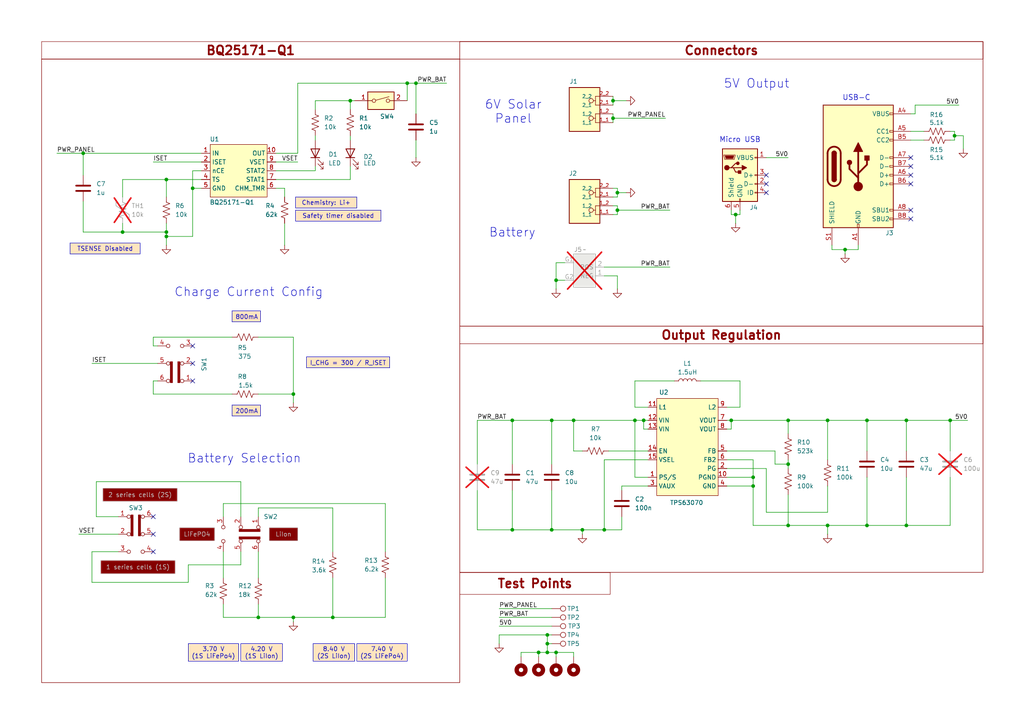
<source format=kicad_sch>
(kicad_sch (version 20250114) (generator "eeschema") (generator_version "9.0")
  (paper "A4")
  (title_block (title "BQ25171-Q1 Solar Charger") (rev "1"))
  (lib_symbols
    (symbol "Connector:TestPoint" (pin_numbers (hide yes)) (pin_names (offset 0.762) (hide yes))
      (property "Reference" "TP" (at 0 6.858 0))
      (property "Value" "TestPoint" (at 0 5.08 0))
      (symbol "TestPoint_1_1"
        (pin passive line (at 0 0 90) (length 2.54) (name "1") (number "1"))
      )
    )
    (symbol "Connector:USB_B_Micro" (pin_names (offset 1.016))
      (property "Reference" "J" (at -5.08 11.43 0))
      (property "Value" "USB_B_Micro" (at -5.08 8.89 0))
      (symbol "USB_B_Micro_1_1"
        (pin passive line (at -2.54 -10.16 90) (length 2.54) (name "Shield") (number "6"))
        (pin power_out line (at 0 -10.16 90) (length 2.54) (name "GND") (number "5"))
        (pin power_out line (at 7.62 5.08 180) (length 2.54) (name "VBUS") (number "1"))
        (pin bidirectional line (at 7.62 0 180) (length 2.54) (name "D+") (number "3"))
        (pin bidirectional line (at 7.62 -2.54 180) (length 2.54) (name "D-") (number "2"))
        (pin passive line (at 7.62 -5.08 180) (length 2.54) (name "ID") (number "4"))
      )
    )
    (symbol "Device:L" (pin_numbers (hide yes)) (pin_names (offset 1.016) (hide yes))
      (property "Reference" "L" (at -1.27 0 90))
      (property "Value" "L" (at 1.905 0 90))
      (symbol "L_1_1"
        (pin passive line (at 0 3.81 270) (length 1.27) (name "1") (number "1"))
        (pin passive line (at 0 -3.81 90) (length 1.27) (name "2") (number "2"))
      )
    )
    (symbol "Device:LED" (pin_numbers (hide yes)) (pin_names (offset 1.016) (hide yes))
      (property "Reference" "D" (at 0 2.54 0))
      (property "Value" "LED" (at 0 -2.54 0))
      (symbol "LED_1_1"
        (pin passive line (at -3.81 0 0) (length 2.54) (name "K") (number "1"))
        (pin passive line (at 3.81 0 180) (length 2.54) (name "A") (number "2"))
      )
    )
    (symbol "Device:Thermistor_US" (pin_numbers (hide yes)) (pin_names (offset 0))
      (property "Reference" "TH" (at 2.54 1.27 90))
      (property "Value" "Thermistor_US" (at -2.54 0 90))
      (symbol "Thermistor_US_1_1"
        (pin passive line (at 0 3.81 270) (length 1.27) (name "~") (number "1"))
        (pin passive line (at 0 -3.81 90) (length 1.27) (name "~") (number "2"))
      )
    )
    (symbol "Mechanical:MountingHole_Pad" (pin_numbers (hide yes)) (pin_names (offset 1.016) (hide yes)) (exclude_from_sim yes) (in_bom no)
      (property "Reference" "H" (at 0 6.35 0))
      (property "Value" "MountingHole_Pad" (at 0 4.445 0))
      (symbol "MountingHole_Pad_1_1"
        (pin input line (at 0 -2.54 90) (length 2.54) (name "1") (number "1"))
      )
    )
    (symbol "Switch:SW_DIP_x01" (pin_names (offset 0) (hide yes))
      (property "Reference" "SW" (at 0 3.81 0))
      (property "Value" "SW_DIP_x01" (at 0 -3.81 0))
      (symbol "SW_DIP_x01_1_1"
        (pin passive line (at -7.62 0 0) (length 5.08) (name "~") (number "1"))
        (pin passive line (at 7.62 0 180) (length 5.08) (name "~") (number "2"))
      )
    )
    (symbol "Switch:SW_Slide_DPDT" (pin_names (offset 0) (hide yes))
      (property "Reference" "SW" (at 0 6.858 0))
      (property "Value" "SW_Slide_DPDT" (at 0 -8.128 0))
      (symbol "SW_Slide_DPDT_1_1"
        (pin passive line (at -5.08 5.08 0) (length 2.54) (name "A") (number "1"))
        (pin passive line (at -5.08 0 0) (length 2.54) (name "B") (number "2"))
        (pin passive line (at -5.08 -5.08 0) (length 2.54) (name "C") (number "3"))
        (pin passive line (at 5.08 5.08 180) (length 2.54) (name "C") (number "6"))
        (pin passive line (at 5.08 0 180) (length 2.54) (name "B") (number "5"))
        (pin passive line (at 5.08 -5.08 180) (length 2.54) (name "A") (number "4"))
      )
    )
    (symbol "power:GND" (power) (pin_numbers (hide yes)) (pin_names (offset 0) (hide yes))
      (property "Value" "GND" (at 0 -3.81 0))
      (symbol "GND_1_1"
        (pin power_in line (at 0 0 270) (length 0) (name "~") (number "1"))
      )
    )
    (symbol "rwh-sensors:1017503" (pin_names (offset 1.016))
      (property "Reference" "J" (at -2.54 6.35 0))
      (property "Value" "1017503" (at -2.54 -10.16 0))
      (symbol "1017503_0_0"
        (pin passive line (at -7.62 2.54 0) (length 5.08) (name "1_1") (number "1_1"))
        (pin passive line (at -7.62 0 0) (length 5.08) (name "1_2") (number "1_2"))
        (pin passive line (at -7.62 -2.54 0) (length 5.08) (name "2_1") (number "2_1"))
        (pin passive line (at -7.62 -5.08 0) (length 5.08) (name "2_2") (number "2_2"))
      )
    )
    (symbol "rwh-sensors:BQ25171-Q1"
      (property "Reference" "U" (at 0.508 1.778 0))
      (property "Value" "BQ25171-Q1" (at 8.128 -16.764 0))
      (symbol "BQ25171-Q1_1_1"
        (pin input line (at -2.54 -2.54 0) (length 2.54) (name "IN") (number "1"))
        (pin input line (at -2.54 -5.08 0) (length 2.54) (name "ISET") (number "2"))
        (pin input line (at -2.54 -7.62 0) (length 2.54) (name "nCE") (number "3"))
        (pin input line (at -2.54 -10.16 0) (length 2.54) (name "TS") (number "4"))
        (pin input line (at -2.54 -12.7 0) (length 2.54) (name "GND") (number "5"))
        (pin output line (at -2.54 -12.7 0) (length 2.54) (hide yes) (name "GND") (number "GND"))
        (pin output line (at 19.05 -2.54 180) (length 2.54) (name "OUT") (number "10"))
        (pin output line (at 19.05 -5.08 180) (length 2.54) (name "VSET") (number "9"))
        (pin output line (at 19.05 -7.62 180) (length 2.54) (name "STAT2") (number "8"))
        (pin output line (at 19.05 -10.16 180) (length 2.54) (name "STAT1") (number "7"))
        (pin input line (at 19.05 -12.7 180) (length 2.54) (name "CHM_TMR") (number "6"))
      )
    )
    (symbol "rwh-sensors:TPS63070"
      (property "Reference" "U" (at 0.508 1.016 0))
      (property "Value" "TPS63070" (at 9.144 -29.464 0))
      (symbol "TPS63070_1_1"
        (pin input line (at -2.54 -2.54 0) (length 2.54) (name "L1") (number "11"))
        (pin input line (at -2.54 -6.35 0) (length 2.54) (name "VIN") (number "12"))
        (pin input line (at -2.54 -8.89 0) (length 2.54) (name "VIN") (number "13"))
        (pin input line (at -2.54 -15.24 0) (length 2.54) (name "EN") (number "14"))
        (pin input line (at -2.54 -17.78 0) (length 2.54) (name "VSEL") (number "15"))
        (pin input line (at -2.54 -22.86 0) (length 2.54) (name "PS/S") (number "1"))
        (pin input line (at -2.54 -25.4 0) (length 2.54) (name "VAUX") (number "3"))
        (pin input line (at 20.32 -2.54 180) (length 2.54) (name "L2") (number "9"))
        (pin input line (at 20.32 -6.35 180) (length 2.54) (name "VOUT") (number "7"))
        (pin input line (at 20.32 -8.89 180) (length 2.54) (name "VOUT") (number "8"))
        (pin input line (at 20.32 -15.24 180) (length 2.54) (name "FB") (number "5"))
        (pin input line (at 20.32 -17.78 180) (length 2.54) (name "FB2") (number "6"))
        (pin input line (at 20.32 -20.32 180) (length 2.54) (name "PG") (number "2"))
        (pin input line (at 20.32 -22.86 180) (length 2.54) (name "PGND") (number "10"))
        (pin input line (at 20.32 -25.4 180) (length 2.54) (name "GND") (number "4"))
      )
    )
    (symbol "symbols:C" (pin_numbers (hide yes)) (pin_names (offset 0.254))
      (property "Reference" "C" (at 0.635 2.54 0))
      (property "Value" "C" (at 0.635 -2.54 0))
      (symbol "C_1_1"
        (pin passive line (at 0 3.81 270) (length 2.794) (name "~") (number "1"))
        (pin passive line (at 0 -3.81 90) (length 2.794) (name "~") (number "2"))
      )
    )
    (symbol "symbols:JST_PH_2POS_BAT"
      (property "Reference" "J" (at 0.508 1.016 0))
      (symbol "JST_PH_2POS_BAT_1_1"
        (pin input line (at -2.54 -2.54 0) (length 2.54) (name "") (number "G1"))
        (pin input line (at -2.54 -7.62 0) (length 2.54) (name "") (number "G2"))
        (pin input line (at 8.89 -3.81 180) (length 2.54) (name "POS") (number "2"))
        (pin input line (at 8.89 -6.35 180) (length 2.54) (name "NEG") (number "1"))
      )
    )
    (symbol "symbols:R" (pin_numbers (hide yes)) (pin_names (offset 0))
      (property "Reference" "R" (at 2.54 0 90))
      (property "Value" "R" (at -2.54 0 90))
      (symbol "R_1_1"
        (pin passive line (at 0 3.81 270) (length 1.27) (name "~") (number "1"))
        (pin passive line (at 0 -3.81 90) (length 1.27) (name "~") (number "2"))
      )
    )
    (symbol "symbols:USB_C_Receptacle_USB2.0_16P" (pin_names (offset 1.016))
      (property "Reference" "J" (at 0 22.225 0))
      (property "Value" "USB_C_Receptacle_USB2.0_16P" (at 0 19.685 0))
      (symbol "USB_C_Receptacle_USB2.0_16P_1_1"
        (pin passive line (at -7.62 -22.86 90) (length 5.08) (name "SHIELD") (number "S1"))
        (pin passive line (at 0 -22.86 90) (length 5.08) (name "GND") (number "A1"))
        (pin passive line (at 0 -22.86 90) (length 5.08) (hide yes) (name "GND") (number "A12"))
        (pin passive line (at 0 -22.86 90) (length 5.08) (hide yes) (name "GND") (number "B1"))
        (pin passive line (at 0 -22.86 90) (length 5.08) (hide yes) (name "GND") (number "B12"))
        (pin passive line (at 15.24 15.24 180) (length 5.08) (name "VBUS") (number "A4"))
        (pin passive line (at 15.24 15.24 180) (length 5.08) (hide yes) (name "VBUS") (number "A9"))
        (pin passive line (at 15.24 15.24 180) (length 5.08) (hide yes) (name "VBUS") (number "B4"))
        (pin passive line (at 15.24 15.24 180) (length 5.08) (hide yes) (name "VBUS") (number "B9"))
        (pin bidirectional line (at 15.24 10.16 180) (length 5.08) (name "CC1") (number "A5"))
        (pin bidirectional line (at 15.24 7.62 180) (length 5.08) (name "CC2") (number "B5"))
        (pin bidirectional line (at 15.24 2.54 180) (length 5.08) (name "D-") (number "A7"))
        (pin bidirectional line (at 15.24 0 180) (length 5.08) (name "D-") (number "B7"))
        (pin bidirectional line (at 15.24 -2.54 180) (length 5.08) (name "D+") (number "A6"))
        (pin bidirectional line (at 15.24 -5.08 180) (length 5.08) (name "D+") (number "B6"))
        (pin bidirectional line (at 15.24 -12.7 180) (length 5.08) (name "SBU1") (number "A8"))
        (pin bidirectional line (at 15.24 -15.24 180) (length 5.08) (name "SBU2") (number "B8"))
      )
    )
  )
  (rectangle (start 133.35 94.615) (end 285.115 166.0067) (stroke (width 0) (color 132 0 0 1)))
  (rectangle (start 12.065 17.145) (end 133.35 197.9816) (stroke (width 0) (color 132 0 0 1)))
  (rectangle (start 133.35 12.065) (end 285.115 94.615) (stroke (width 0) (color 132 0 0 1)))
  (text "Micro USB" (at 214.63 40.64 0) (effects (font (size 1.524 1.524))))
  (text "USB-C" (at 248.412 28.448 0) (effects (font (size 1.524 1.524))))
  (text "Battery" (at 148.59 67.564 0) (effects (font (size 2.54 2.54))))
  (text "Charge Current Config" (at 72.136 84.836 0) (effects (font (size 2.54 2.54))))
  (text "5V Output" (at 219.456 24.384 0) (effects (font (size 2.54 2.54))))
  (text "Battery Selection" (at 70.866 133.096 0) (effects (font (size 2.54 2.54))))
  (text "6V Solar \nPanel " (at 149.86 32.512 0) (effects (font (size 2.54 2.54))))
  (text_box "4.20 V\n(1S LiIon)" (at 69.85 186.69 0) (size 12.065 5.08) (margins 0.9525 0.9525 0.9525 0.9525) (fill (type color) (color 255 229 191 1)) (effects (font (size 1.27 1.27))))
  (text_box "LiFePO4" (at 52.07 153.035 0) (size 10.16 3.81) (margins 0.9525 0.9525 0.9525 0.9525) (stroke (width 0.127) (color 194 194 194 1)) (fill (type color) (color 132 0 0 1)) (effects (font (size 1.27 1.27) (thickness 0.1588))))
  (text_box "BQ25171-Q1" (at 12.065 12.065 0) (size 121.285 5.08) (margins 0.9525 0.9525 0.9525 0.9525) (stroke (width 0.127) (color 132 0 0 1)) (effects (font (size 2.54 2.54) (thickness 0.508) (bold yes))))
  (text_box "200mA" (at 67.31 117.475 0) (size 8.255 3.175) (margins 0.9525 0.9525 0.9525 0.9525) (fill (type color) (color 255 229 191 1)) (effects (font (size 1.27 1.27)) (justify left top)))
  (text_box "7.40 V\n(2S LiFePo4)" (at 103.505 186.69 0) (size 14.605 5.08) (margins 0.9525 0.9525 0.9525 0.9525) (fill (type color) (color 255 229 191 1)) (effects (font (size 1.27 1.27))))
  (text_box "8.40 V\n(2S LiIon)" (at 90.805 186.69 0) (size 12.065 5.08) (margins 0.9525 0.9525 0.9525 0.9525) (fill (type color) (color 255 229 191 1)) (effects (font (size 1.27 1.27))))
  (text_box "TSENSE Disabled" (at 20.32 70.485 0) (size 20.32 3.175) (margins 0.9525 0.9525 0.9525 0.9525) (fill (type color) (color 255 229 191 1)) (effects (font (size 1.27 1.27))))
  (text_box "Chemistry: Li+" (at 85.725 57.15 0) (size 17.78 3.175) (margins 0.9525 0.9525 0.9525 0.9525) (fill (type color) (color 255 229 191 1)) (effects (font (size 1.27 1.27))))
  (text_box "I_CHG = 300 / R_ISET" (at 88.9 103.505 0) (size 24.13 3.175) (margins 0.9525 0.9525 0.9525 0.9525) (fill (type color) (color 255 229 191 1)) (effects (font (size 1.27 1.27)) (justify left top)))
  (text_box "1 series cells (1S)" (at 29.21 162.56 0) (size 21.59 3.81) (margins 0.9525 0.9525 0.9525 0.9525) (stroke (width 0.127) (color 194 194 194 1)) (fill (type color) (color 132 0 0 1)) (effects (font (size 1.27 1.27) (thickness 0.1588))))
  (text_box "800mA" (at 67.31 90.17 0) (size 8.255 3.175) (margins 0.9525 0.9525 0.9525 0.9525) (fill (type color) (color 255 229 191 1)) (effects (font (size 1.27 1.27)) (justify left top)))
  (text_box "2 series cells (2S)" (at 29.845 141.605 0) (size 21.59 3.81) (margins 0.9525 0.9525 0.9525 0.9525) (stroke (width 0.127) (color 194 194 194 1)) (fill (type color) (color 132 0 0 1)) (effects (font (size 1.27 1.27) (thickness 0.1588))))
  (text_box "Test Points" (at 133.35 166.0545 0) (size 43.6247 6.35) (margins 0.9525 0.9525 0.9525 0.9525) (stroke (width 0.127) (color 132 0 0 1)) (effects (font (size 2.54 2.54) (thickness 0.508) (bold yes))))
  (text_box "LiIon" (at 78.105 153.035 0) (size 8.255 3.81) (margins 0.9525 0.9525 0.9525 0.9525) (stroke (width 0.127) (color 194 194 194 1)) (fill (type color) (color 132 0 0 1)) (effects (font (size 1.27 1.27) (thickness 0.1588))))
  (text_box "Connectors" (at 133.35 12.065 0) (size 151.765 5.08) (margins 0.9525 0.9525 0.9525 0.9525) (stroke (width 0.127) (color 132 0 0 1)) (effects (font (size 2.54 2.54) (thickness 0.508) (bold yes))))
  (text_box "3.70 V\n(1S LiFePo4)" (at 54.61 186.69 0) (size 14.605 5.08) (margins 0.9525 0.9525 0.9525 0.9525) (fill (type color) (color 255 229 191 1)) (effects (font (size 1.27 1.27))))
  (text_box "Safety timer disabled" (at 85.725 60.96 0) (size 24.765 3.175) (margins 0.9525 0.9525 0.9525 0.9525) (fill (type color) (color 255 229 191 1)) (effects (font (size 1.27 1.27))))
  (text_box "Output Regulation" (at 133.35 94.615 0) (size 151.765 5.08) (margins 0.9525 0.9525 0.9525 0.9525) (stroke (width 0.127) (color 132 0 0 1)) (effects (font (size 2.54 2.54) (thickness 0.508) (bold yes))))
  (junction (at 148.59 121.92))
  (junction (at 228.6 121.92))
  (junction (at 262.89 152.4))
  (junction (at 179.07 55.88))
  (junction (at 158.75 184.15))
  (junction (at 240.03 152.4))
  (junction (at 218.44 138.43))
  (junction (at 148.59 153.67))
  (junction (at 184.15 121.92))
  (junction (at 212.09 121.92))
  (junction (at 245.11 72.39))
  (junction (at 48.26 67.31))
  (junction (at 240.03 121.92))
  (junction (at 177.8 34.29))
  (junction (at 166.37 121.92))
  (junction (at 186.69 121.92))
  (junction (at 35.56 67.31))
  (junction (at 48.26 68.58))
  (junction (at 161.29 81.28))
  (junction (at 158.75 186.69))
  (junction (at 251.46 152.4))
  (junction (at 276.86 39.37))
  (junction (at 85.09 179.07))
  (junction (at 161.29 189.23))
  (junction (at 96.52 179.07))
  (junction (at 48.26 52.07))
  (junction (at 160.02 153.67))
  (junction (at 156.21 189.23))
  (junction (at 213.36 62.23))
  (junction (at 228.6 134.62))
  (junction (at 177.8 29.21))
  (junction (at 158.75 189.23))
  (junction (at 251.46 121.92))
  (junction (at 101.6 29.21))
  (junction (at 179.07 60.96))
  (junction (at 175.26 153.67))
  (junction (at 228.6 152.4))
  (junction (at 262.89 121.92))
  (junction (at 160.02 121.92))
  (junction (at 120.65 24.13))
  (junction (at 118.11 24.13))
  (junction (at 218.44 140.97))
  (junction (at 275.59 121.92))
  (junction (at 55.88 54.61))
  (junction (at 74.93 179.07))
  (junction (at 168.91 153.67))
  (junction (at 85.09 114.3))
  (junction (at 24.13 44.45))
  (no_connect (at 222.25 50.8))
  (no_connect (at 44.45 154.94))
  (no_connect (at 264.16 53.34))
  (no_connect (at 55.88 110.49))
  (no_connect (at 264.16 50.8))
  (no_connect (at 44.45 149.86))
  (no_connect (at 44.45 160.02))
  (no_connect (at 55.88 105.41))
  (no_connect (at 264.16 48.26))
  (no_connect (at 264.16 60.96))
  (no_connect (at 55.88 100.33))
  (no_connect (at 222.25 53.34))
  (no_connect (at 264.16 63.5))
  (no_connect (at 264.16 45.72))
  (no_connect (at 222.25 55.88))
  (wire (pts (xy 160.02 186.69) (xy 158.75 186.69)))
  (wire (pts (xy 160.02 134.62) (xy 160.02 121.92)))
  (wire (pts (xy 262.89 152.4) (xy 275.59 152.4)))
  (wire (pts (xy 24.13 44.45) (xy 24.13 50.8)))
  (wire (pts (xy 74.93 149.86) (xy 74.93 147.32)))
  (wire (pts (xy 195.58 110.49) (xy 184.15 110.49)))
  (wire (pts (xy 224.79 134.62) (xy 228.6 134.62)))
  (wire (pts (xy 240.03 148.59) (xy 240.03 140.97)))
  (wire (pts (xy 210.82 140.97) (xy 218.44 140.97)))
  (wire (pts (xy 180.34 142.24) (xy 180.34 140.97)))
  (wire (pts (xy 180.34 149.86) (xy 180.34 153.67)))
  (wire (pts (xy 160.02 121.92) (xy 166.37 121.92)))
  (wire (pts (xy 91.44 29.21) (xy 101.6 29.21)))
  (wire (pts (xy 158.75 189.23) (xy 158.75 186.69)))
  (wire (pts (xy 228.6 133.35) (xy 228.6 134.62)))
  (wire (pts (xy 160.02 142.24) (xy 160.02 153.67)))
  (wire (pts (xy 179.07 60.96) (xy 194.31 60.96)))
  (wire (pts (xy 276.86 40.64) (xy 275.59 40.64)))
  (wire (pts (xy 214.63 110.49) (xy 203.2 110.49)))
  (wire (pts (xy 180.34 153.67) (xy 175.26 153.67)))
  (wire (pts (xy 276.86 39.37) (xy 276.86 40.64)))
  (wire (pts (xy 148.59 121.92) (xy 148.59 134.62)))
  (wire (pts (xy 64.77 179.07) (xy 74.93 179.07)))
  (wire (pts (xy 168.91 130.81) (xy 166.37 130.81)))
  (wire (pts (xy 85.09 179.07) (xy 96.52 179.07)))
  (wire (pts (xy 156.21 190.5) (xy 156.21 189.23)))
  (wire (pts (xy 44.45 110.49) (xy 44.45 114.3)))
  (wire (pts (xy 265.43 30.48) (xy 265.43 33.02)))
  (wire (pts (xy 210.82 138.43) (xy 218.44 138.43)))
  (wire (pts (xy 187.96 138.43) (xy 184.15 138.43)))
  (wire (pts (xy 85.09 116.84) (xy 85.09 114.3)))
  (wire (pts (xy 118.11 24.13) (xy 118.11 29.21)))
  (wire (pts (xy 218.44 140.97) (xy 218.44 152.4)))
  (wire (pts (xy 64.77 149.86) (xy 64.77 146.05)))
  (wire (pts (xy 74.93 114.3) (xy 85.09 114.3)))
  (wire (pts (xy 275.59 38.1) (xy 276.86 38.1)))
  (wire (pts (xy 118.11 24.13) (xy 120.65 24.13)))
  (wire (pts (xy 16.51 44.45) (xy 24.13 44.45)))
  (wire (pts (xy 279.4 39.37) (xy 276.86 39.37)))
  (wire (pts (xy 245.11 72.39) (xy 245.11 73.66)))
  (wire (pts (xy 35.56 57.15) (xy 35.56 52.07)))
  (wire (pts (xy 228.6 134.62) (xy 228.6 135.89)))
  (wire (pts (xy 69.85 139.7) (xy 69.85 149.86)))
  (wire (pts (xy 228.6 121.92) (xy 228.6 125.73)))
  (wire (pts (xy 148.59 142.24) (xy 148.59 153.67)))
  (wire (pts (xy 86.36 24.13) (xy 86.36 44.45)))
  (wire (pts (xy 278.13 30.48) (xy 265.43 30.48)))
  (wire (pts (xy 186.69 124.46) (xy 186.69 121.92)))
  (wire (pts (xy 251.46 121.92) (xy 262.89 121.92)))
  (wire (pts (xy 80.01 44.45) (xy 86.36 44.45)))
  (wire (pts (xy 177.8 34.29) (xy 177.8 35.56)))
  (wire (pts (xy 101.6 39.37) (xy 101.6 40.64)))
  (wire (pts (xy 111.76 167.64) (xy 111.76 179.07)))
  (wire (pts (xy 245.11 72.39) (xy 248.92 72.39)))
  (wire (pts (xy 48.26 52.07) (xy 48.26 57.15)))
  (wire (pts (xy 212.09 62.23) (xy 213.36 62.23)))
  (wire (pts (xy 210.82 121.92) (xy 212.09 121.92)))
  (wire (pts (xy 276.86 38.1) (xy 276.86 39.37)))
  (wire (pts (xy 248.92 71.12) (xy 248.92 72.39)))
  (wire (pts (xy 160.02 153.67) (xy 168.91 153.67)))
  (wire (pts (xy 58.42 49.53) (xy 55.88 49.53)))
  (wire (pts (xy 163.83 81.28) (xy 161.29 81.28)))
  (wire (pts (xy 264.16 40.64) (xy 267.97 40.64)))
  (wire (pts (xy 240.03 121.92) (xy 251.46 121.92)))
  (wire (pts (xy 96.52 179.07) (xy 111.76 179.07)))
  (wire (pts (xy 251.46 152.4) (xy 262.89 152.4)))
  (wire (pts (xy 218.44 138.43) (xy 218.44 140.97)))
  (wire (pts (xy 120.65 40.64) (xy 120.65 45.72)))
  (wire (pts (xy 74.93 147.32) (xy 96.52 147.32)))
  (wire (pts (xy 54.61 163.83) (xy 69.85 163.83)))
  (wire (pts (xy 180.34 140.97) (xy 187.96 140.97)))
  (wire (pts (xy 74.93 160.02) (xy 74.93 167.64)))
  (wire (pts (xy 26.67 105.41) (xy 45.72 105.41)))
  (wire (pts (xy 64.77 160.02) (xy 64.77 167.64)))
  (wire (pts (xy 179.07 60.96) (xy 179.07 62.23)))
  (wire (pts (xy 186.69 121.92) (xy 187.96 121.92)))
  (wire (pts (xy 48.26 67.31) (xy 48.26 68.58)))
  (wire (pts (xy 264.16 38.1) (xy 267.97 38.1)))
  (wire (pts (xy 168.91 153.67) (xy 175.26 153.67)))
  (wire (pts (xy 34.29 149.86) (xy 27.94 149.86)))
  (wire (pts (xy 35.56 67.31) (xy 48.26 67.31)))
  (wire (pts (xy 101.6 29.21) (xy 102.87 29.21)))
  (wire (pts (xy 148.59 121.92) (xy 160.02 121.92)))
  (wire (pts (xy 26.67 160.02) (xy 26.67 168.91)))
  (wire (pts (xy 262.89 121.92) (xy 275.59 121.92)))
  (wire (pts (xy 44.45 97.79) (xy 67.31 97.79)))
  (wire (pts (xy 179.07 55.88) (xy 179.07 57.15)))
  (wire (pts (xy 224.79 130.81) (xy 224.79 134.62)))
  (wire (pts (xy 35.56 52.07) (xy 48.26 52.07)))
  (wire (pts (xy 218.44 133.35) (xy 218.44 138.43)))
  (wire (pts (xy 111.76 146.05) (xy 111.76 160.02)))
  (wire (pts (xy 179.07 62.23) (xy 177.8 62.23)))
  (wire (pts (xy 177.8 29.21) (xy 181.61 29.21)))
  (wire (pts (xy 144.78 181.61) (xy 160.02 181.61)))
  (wire (pts (xy 175.26 133.35) (xy 175.26 153.67)))
  (wire (pts (xy 161.29 76.2) (xy 161.29 81.28)))
  (wire (pts (xy 158.75 186.69) (xy 158.75 184.15)))
  (wire (pts (xy 44.45 97.79) (xy 44.45 100.33)))
  (wire (pts (xy 44.45 114.3) (xy 67.31 114.3)))
  (wire (pts (xy 187.96 133.35) (xy 175.26 133.35)))
  (wire (pts (xy 210.82 130.81) (xy 224.79 130.81)))
  (wire (pts (xy 151.13 190.5) (xy 151.13 189.23)))
  (wire (pts (xy 177.8 33.02) (xy 177.8 34.29)))
  (wire (pts (xy 91.44 39.37) (xy 91.44 40.64)))
  (wire (pts (xy 177.8 29.21) (xy 177.8 30.48)))
  (wire (pts (xy 175.26 77.47) (xy 194.31 77.47)))
  (wire (pts (xy 187.96 124.46) (xy 186.69 124.46)))
  (wire (pts (xy 74.93 97.79) (xy 85.09 97.79)))
  (wire (pts (xy 34.29 160.02) (xy 26.67 160.02)))
  (wire (pts (xy 156.21 189.23) (xy 158.75 189.23)))
  (wire (pts (xy 177.8 34.29) (xy 193.04 34.29)))
  (wire (pts (xy 74.93 179.07) (xy 85.09 179.07)))
  (wire (pts (xy 138.43 134.62) (xy 138.43 121.92)))
  (wire (pts (xy 96.52 167.64) (xy 96.52 179.07)))
  (wire (pts (xy 85.09 179.07) (xy 85.09 180.34)))
  (wire (pts (xy 26.67 168.91) (xy 54.61 168.91)))
  (wire (pts (xy 161.29 81.28) (xy 161.29 83.82)))
  (wire (pts (xy 179.07 80.01) (xy 179.07 83.82)))
  (wire (pts (xy 214.63 60.96) (xy 214.63 62.23)))
  (wire (pts (xy 212.09 124.46) (xy 212.09 121.92)))
  (wire (pts (xy 86.36 24.13) (xy 118.11 24.13)))
  (wire (pts (xy 240.03 152.4) (xy 240.03 154.94)))
  (wire (pts (xy 144.78 184.15) (xy 144.78 186.69)))
  (wire (pts (xy 222.25 135.89) (xy 222.25 148.59)))
  (wire (pts (xy 212.09 121.92) (xy 228.6 121.92)))
  (wire (pts (xy 64.77 146.05) (xy 111.76 146.05)))
  (wire (pts (xy 55.88 49.53) (xy 55.88 54.61)))
  (wire (pts (xy 251.46 130.81) (xy 251.46 121.92)))
  (wire (pts (xy 214.63 118.11) (xy 214.63 110.49)))
  (wire (pts (xy 144.78 176.53) (xy 160.02 176.53)))
  (wire (pts (xy 96.52 147.32) (xy 96.52 160.02)))
  (wire (pts (xy 262.89 121.92) (xy 262.89 130.81)))
  (wire (pts (xy 160.02 184.15) (xy 158.75 184.15)))
  (wire (pts (xy 144.78 184.15) (xy 158.75 184.15)))
  (wire (pts (xy 210.82 133.35) (xy 218.44 133.35)))
  (wire (pts (xy 177.8 27.94) (xy 177.8 29.21)))
  (wire (pts (xy 179.07 59.69) (xy 179.07 60.96)))
  (wire (pts (xy 240.03 121.92) (xy 240.03 133.35)))
  (wire (pts (xy 158.75 189.23) (xy 161.29 189.23)))
  (wire (pts (xy 148.59 153.67) (xy 160.02 153.67)))
  (wire (pts (xy 24.13 67.31) (xy 35.56 67.31)))
  (wire (pts (xy 166.37 121.92) (xy 166.37 130.81)))
  (wire (pts (xy 85.09 97.79) (xy 85.09 114.3)))
  (wire (pts (xy 91.44 48.26) (xy 91.44 49.53)))
  (wire (pts (xy 184.15 121.92) (xy 186.69 121.92)))
  (wire (pts (xy 213.36 62.23) (xy 213.36 64.77)))
  (wire (pts (xy 48.26 68.58) (xy 48.26 71.12)))
  (wire (pts (xy 168.91 153.67) (xy 168.91 154.94)))
  (wire (pts (xy 179.07 54.61) (xy 179.07 55.88)))
  (wire (pts (xy 69.85 160.02) (xy 69.85 163.83)))
  (wire (pts (xy 120.65 24.13) (xy 120.65 33.02)))
  (wire (pts (xy 262.89 138.43) (xy 262.89 152.4)))
  (wire (pts (xy 144.78 179.07) (xy 160.02 179.07)))
  (wire (pts (xy 275.59 138.43) (xy 275.59 152.4)))
  (wire (pts (xy 27.94 139.7) (xy 69.85 139.7)))
  (wire (pts (xy 138.43 121.92) (xy 148.59 121.92)))
  (wire (pts (xy 151.13 189.23) (xy 156.21 189.23)))
  (wire (pts (xy 228.6 121.92) (xy 240.03 121.92)))
  (wire (pts (xy 24.13 58.42) (xy 24.13 67.31)))
  (wire (pts (xy 35.56 64.77) (xy 35.56 67.31)))
  (wire (pts (xy 166.37 190.5) (xy 166.37 189.23)))
  (wire (pts (xy 74.93 175.26) (xy 74.93 179.07)))
  (wire (pts (xy 279.4 43.18) (xy 279.4 39.37)))
  (wire (pts (xy 265.43 33.02) (xy 264.16 33.02)))
  (wire (pts (xy 222.25 148.59) (xy 240.03 148.59)))
  (wire (pts (xy 91.44 29.21) (xy 91.44 31.75)))
  (wire (pts (xy 55.88 54.61) (xy 55.88 68.58)))
  (wire (pts (xy 82.55 64.77) (xy 82.55 71.12)))
  (wire (pts (xy 24.13 44.45) (xy 58.42 44.45)))
  (wire (pts (xy 86.36 46.99) (xy 80.01 46.99)))
  (wire (pts (xy 240.03 152.4) (xy 228.6 152.4)))
  (wire (pts (xy 218.44 152.4) (xy 228.6 152.4)))
  (wire (pts (xy 241.3 72.39) (xy 245.11 72.39)))
  (wire (pts (xy 44.45 46.99) (xy 58.42 46.99)))
  (wire (pts (xy 64.77 175.26) (xy 64.77 179.07)))
  (wire (pts (xy 228.6 143.51) (xy 228.6 152.4)))
  (wire (pts (xy 228.6 45.72) (xy 222.25 45.72)))
  (wire (pts (xy 161.29 190.5) (xy 161.29 189.23)))
  (wire (pts (xy 166.37 121.92) (xy 184.15 121.92)))
  (wire (pts (xy 184.15 110.49) (xy 184.15 118.11)))
  (wire (pts (xy 177.8 59.69) (xy 179.07 59.69)))
  (wire (pts (xy 179.07 55.88) (xy 181.61 55.88)))
  (wire (pts (xy 45.72 110.49) (xy 44.45 110.49)))
  (wire (pts (xy 184.15 138.43) (xy 184.15 121.92)))
  (wire (pts (xy 138.43 142.24) (xy 138.43 153.67)))
  (wire (pts (xy 161.29 189.23) (xy 166.37 189.23)))
  (wire (pts (xy 210.82 135.89) (xy 222.25 135.89)))
  (wire (pts (xy 214.63 62.23) (xy 213.36 62.23)))
  (wire (pts (xy 80.01 49.53) (xy 91.44 49.53)))
  (wire (pts (xy 138.43 153.67) (xy 148.59 153.67)))
  (wire (pts (xy 241.3 71.12) (xy 241.3 72.39)))
  (wire (pts (xy 251.46 138.43) (xy 251.46 152.4)))
  (wire (pts (xy 240.03 152.4) (xy 251.46 152.4)))
  (wire (pts (xy 275.59 130.81) (xy 275.59 121.92)))
  (wire (pts (xy 275.59 121.92) (xy 280.67 121.92)))
  (wire (pts (xy 120.65 24.13) (xy 129.54 24.13)))
  (wire (pts (xy 22.86 154.94) (xy 34.29 154.94)))
  (wire (pts (xy 48.26 64.77) (xy 48.26 67.31)))
  (wire (pts (xy 55.88 68.58) (xy 48.26 68.58)))
  (wire (pts (xy 82.55 54.61) (xy 80.01 54.61)))
  (wire (pts (xy 179.07 57.15) (xy 177.8 57.15)))
  (wire (pts (xy 55.88 54.61) (xy 58.42 54.61)))
  (wire (pts (xy 101.6 52.07) (xy 101.6 48.26)))
  (wire (pts (xy 212.09 60.96) (xy 212.09 62.23)))
  (wire (pts (xy 176.53 130.81) (xy 187.96 130.81)))
  (wire (pts (xy 27.94 149.86) (xy 27.94 139.7)))
  (wire (pts (xy 210.82 118.11) (xy 214.63 118.11)))
  (wire (pts (xy 210.82 124.46) (xy 212.09 124.46)))
  (wire (pts (xy 184.15 118.11) (xy 187.96 118.11)))
  (wire (pts (xy 54.61 168.91) (xy 54.61 163.83)))
  (wire (pts (xy 101.6 29.21) (xy 101.6 31.75)))
  (wire (pts (xy 82.55 57.15) (xy 82.55 54.61)))
  (wire (pts (xy 177.8 54.61) (xy 179.07 54.61)))
  (wire (pts (xy 175.26 80.01) (xy 179.07 80.01)))
  (wire (pts (xy 44.45 100.33) (xy 45.72 100.33)))
  (wire (pts (xy 48.26 52.07) (xy 58.42 52.07)))
  (wire (pts (xy 163.83 76.2) (xy 161.29 76.2)))
  (wire (pts (xy 80.01 52.07) (xy 101.6 52.07)))
  (label "PWR_BAT" (at 138.43 121.92 0))
  (label "PWR_PANEL" (at 16.51 44.45 0))
  (label "5V0" (at 280.67 121.92 180))
  (label "ISET" (at 26.67 105.41 0))
  (label "PWR_BAT" (at 194.31 77.47 180))
  (label "PWR_PANEL" (at 144.78 176.53 0))
  (label "5V0" (at 228.6 45.72 180))
  (label "PWR_BAT" (at 144.78 179.07 0))
  (label "ISET" (at 44.45 46.99 0))
  (label "5V0" (at 144.78 181.61 0))
  (label "PWR_BAT" (at 194.31 60.96 180))
  (label "VSET" (at 22.86 154.94 0))
  (label "PWR_PANEL" (at 193.04 34.29 180))
  (label "VSET" (at 86.36 46.99 180))
  (label "PWR_BAT" (at 129.54 24.13 180))
  (label "5V0" (at 278.13 30.48 180))
  (symbol (lib_id "rwh-sensors:1017503") (at 170.18 33.02 180) (unit 1)
    (property "Reference" "J1" (at 166.37 23.622 0))
    (property "Value" "1017503" (effects (hide yes)))
    (property "Footprint" "rwh-sensors:PHOENIX_1017503" (effects (hide yes)))
    (property "PARTREV" "22.12.2017" (effects (hide yes)))
    (property "MANUFACTURER" "Phoenix Contact" (effects (hide yes)))
    (property "MAXIMUM_PACKAGE_HEIGHT" "19.2mm" (effects (hide yes)))
    (property "STANDARD" "Manufacturer Recommendations" (effects (hide yes)))
  )
  (symbol (lib_id "symbols:C") (at 180.34 146.05 180) (unit 1)
    (property "Reference" "C2" (at 184.15 144.7799 0) (effects (justify right)))
    (property "Value" "100n" (at 184.15 147.3199 0) (effects (justify right)))
    (property "Footprint" "Capacitor_SMD:C_0603_1608Metric_Pad1.08x0.95mm_HandSolder" (effects (hide yes)))
    (property "Description" "Unpolarized capacitor" (effects (hide yes)))
  )
  (symbol (lib_id "power:GND") (at 168.91 154.94 0) (unit 1)
    (property "Reference" "#PWR03" (effects (hide yes)))
    (property "Value" "GND" (effects (hide yes)))
    (property "Description" "Power symbol creates a global label with name \"GND\" , ground" (effects (hide yes)))
  )
  (symbol (lib_id "symbols:R") (at 271.78 40.64 90) (unit 1)
    (property "Reference" "R15" (at 273.558 43.434 90) (effects (justify left)))
    (property "Value" "5.1k" (at 273.812 45.72 90) (effects (justify left)))
    (property "Footprint" "Resistor_SMD:R_0603_1608Metric_Pad0.98x0.95mm_HandSolder" (effects (hide yes)))
    (property "Description" "Resistor, US symbol" (effects (hide yes)))
  )
  (symbol (lib_id "power:GND") (at 179.07 83.82 0) (unit 1)
    (property "Reference" "#PWR013" (effects (hide yes)))
    (property "Value" "GND" (effects (hide yes)))
    (property "Description" "Power symbol creates a global label with name \"GND\" , ground" (effects (hide yes)))
  )
  (symbol (lib_id "symbols:C") (at 251.46 134.62 180) (unit 1)
    (property "Reference" "C4" (at 255.27 133.3499 0) (effects (justify right)))
    (property "Value" "10u" (at 255.27 135.8899 0) (effects (justify right)))
    (property "Footprint" "Capacitor_SMD:C_0603_1608Metric_Pad1.08x0.95mm_HandSolder" (effects (hide yes)))
    (property "Description" "Unpolarized capacitor" (effects (hide yes)))
  )
  (symbol (lib_id "Switch:SW_DIP_x01") (at 110.49 29.21 0) (unit 1)
    (property "Reference" "SW4" (at 114.3 33.782 0) (effects (justify right)))
    (property "Value" "SW_DIP_x01" (effects (hide yes)))
    (property "Footprint" "rwh-sensors:JLC_DongGuan_DSIC01LSGET" (effects (hide yes)))
    (property "Description" "1x DIP Switch, Single Pole Single Throw (SPST) switch, small symbol" (effects (hide yes)))
  )
  (symbol (lib_id "Connector:USB_B_Micro") (at 214.63 50.8 0) (unit 1)
    (property "Reference" "J4" (at 217.424 60.198 0) (effects (justify left)))
    (property "Value" "USB_B_Micro" (effects (hide yes)))
    (property "Footprint" "Connector_USB:USB_Micro-B_Amphenol_10118193-0002LF_Horizontal" (effects (hide yes)))
    (property "Description" "USB Micro Type B connector" (effects (hide yes)))
    (property "MPN" "10118193-0002LF" (effects (hide yes)))
  )
  (symbol (lib_id "Device:LED") (at 91.44 44.45 90) (unit 1)
    (property "Reference" "D1" (at 95.25 44.7674 90) (effects (justify right)))
    (property "Value" "LED" (at 95.25 47.3074 90) (effects (justify right)))
    (property "Footprint" "LED_SMD:LED_0603_1608Metric" (effects (hide yes)))
    (property "Description" "Light emitting diode" (effects (hide yes)))
    (property "Sim.Pins" "1=K 2=A" (effects (hide yes)))
  )
  (symbol (lib_id "symbols:R") (at 91.44 35.56 180) (unit 1)
    (property "Reference" "R2" (at 93.98 34.2899 0) (effects (justify right)))
    (property "Value" "10k" (at 93.98 36.8299 0) (effects (justify right)))
    (property "Footprint" "Resistor_SMD:R_0603_1608Metric_Pad0.98x0.95mm_HandSolder" (effects (hide yes)))
    (property "Description" "Resistor, US symbol" (effects (hide yes)))
  )
  (symbol (lib_id "symbols:USB_C_Receptacle_USB2.0_16P") (at 248.92 48.26 0) (unit 1)
    (property "Reference" "J3" (at 256.794 67.564 0) (effects (justify left)))
    (property "Value" "USB_C_Receptacle_USB2.0_16P" (effects (hide yes)))
    (property "Footprint" "Connector_USB:USB_C_Receptacle_XKB_U262-16XN-4BVC11" (effects (hide yes)))
    (property "Datasheet" "https://www.usb.org/sites/default/files/documents/usb_type-c.zip" (effects (hide yes)))
    (property "Description" "USB 2.0-only 16P Type-C Receptacle connector" (effects (hide yes)))
    (property "MPN" "12401610E4" (effects (hide yes)))
  )
  (symbol (lib_id "Switch:SW_Slide_DPDT") (at 50.8 105.41 180) (unit 1)
    (property "Reference" "SW1" (at 59.182 107.696 90) (effects (justify right)))
    (property "Value" "SW_Slide_DPDT" (effects (hide yes)))
    (property "Footprint" "rwh-sensors:JLC_SHOU-HAN_MST22D18G2" (effects (hide yes)))
    (property "Description" "Slide Switch, dual pole double throw" (effects (hide yes)))
    (property "MPN" "MST22D18G2" (effects (hide yes)))
  )
  (symbol (lib_id "power:GND") (at 245.11 73.66 0) (unit 1)
    (property "Reference" "#PWR09" (effects (hide yes)))
    (property "Value" "GND" (effects (hide yes)))
    (property "Description" "Power symbol creates a global label with name \"GND\" , ground" (effects (hide yes)))
  )
  (symbol (lib_id "symbols:R") (at 64.77 171.45 180) (unit 1)
    (property "Reference" "R3" (at 59.436 169.926 0) (effects (justify right)))
    (property "Value" "62k" (at 59.436 172.466 0) (effects (justify right)))
    (property "Footprint" "Resistor_SMD:R_0603_1608Metric_Pad0.98x0.95mm_HandSolder" (effects (hide yes)))
    (property "Description" "Resistor, US symbol" (effects (hide yes)))
    (property "Tolerance" "1%" (effects (hide yes)))
  )
  (symbol (lib_id "symbols:R") (at 71.12 97.79 270) (unit 1)
    (property "Reference" "R5" (at 71.628 100.838 90) (effects (justify right)))
    (property "Value" "375" (at 72.898 103.378 90) (effects (justify right)))
    (property "Footprint" "Resistor_SMD:R_0603_1608Metric_Pad0.98x0.95mm_HandSolder" (effects (hide yes)))
    (property "Description" "Resistor, US symbol" (effects (hide yes)))
  )
  (symbol (lib_id "symbols:R") (at 240.03 137.16 180) (unit 1)
    (property "Reference" "R11" (at 242.57 135.8899 0) (effects (justify right)))
    (property "Value" "100k" (at 242.57 138.4299 0) (effects (justify right)))
    (property "Footprint" "Resistor_SMD:R_0603_1608Metric_Pad0.98x0.95mm_HandSolder" (effects (hide yes)))
    (property "Description" "Resistor, US symbol" (effects (hide yes)))
  )
  (symbol (lib_id "power:GND") (at 144.78 186.69 0) (unit 1)
    (property "Reference" "#PWR012" (effects (hide yes)))
    (property "Value" "GND" (effects (hide yes)))
    (property "Description" "Power symbol creates a global label with name \"GND\" , ground" (effects (hide yes)))
  )
  (symbol (lib_id "symbols:C") (at 24.13 54.61 180) (unit 1)
    (property "Reference" "C7" (at 27.94 53.3399 0) (effects (justify right)))
    (property "Value" "1u" (at 27.94 55.8799 0) (effects (justify right)))
    (property "Footprint" "Capacitor_SMD:C_0603_1608Metric_Pad1.08x0.95mm_HandSolder" (effects (hide yes)))
    (property "Description" "Unpolarized capacitor" (effects (hide yes)))
  )
  (symbol (lib_id "Connector:TestPoint") (at 160.02 181.61 270) (unit 1)
    (property "Reference" "TP3" (at 168.402 181.61 90) (effects (justify right)))
    (property "Value" "TestPoint" (effects (hide yes)))
    (property "Footprint" "TestPoint:TestPoint_Keystone_5000-5004_Miniature" (effects (hide yes)))
    (property "Description" "test point" (effects (hide yes)))
  )
  (symbol (lib_id "power:GND") (at 213.36 64.77 0) (unit 1)
    (property "Reference" "#PWR011" (effects (hide yes)))
    (property "Value" "GND" (effects (hide yes)))
    (property "Description" "Power symbol creates a global label with name \"GND\" , ground" (effects (hide yes)))
  )
  (symbol (lib_id "symbols:R") (at 172.72 130.81 270) (unit 1)
    (property "Reference" "R7" (at 172.72 124.46 90))
    (property "Value" "10k" (at 172.72 127 90))
    (property "Footprint" "Resistor_SMD:R_0603_1608Metric_Pad0.98x0.95mm_HandSolder" (effects (hide yes)))
    (property "Description" "Resistor, US symbol" (effects (hide yes)))
  )
  (symbol (lib_id "power:GND") (at 240.03 154.94 0) (unit 1)
    (property "Reference" "#PWR04" (effects (hide yes)))
    (property "Value" "GND" (effects (hide yes)))
    (property "Description" "Power symbol creates a global label with name \"GND\" , ground" (effects (hide yes)))
  )
  (symbol (lib_id "Device:Thermistor_US") (at 35.56 60.96 0) (unit 1) (dnp yes)
    (property "Reference" "TH1" (at 38.1 59.6899 0) (effects (justify left)))
    (property "Value" "10k" (at 38.1 62.2299 0) (effects (justify left)))
    (property "Footprint" "Resistor_THT:R_Axial_DIN0204_L3.6mm_D1.6mm_P2.54mm_Vertical" (effects (hide yes)))
    (property "Description" "Thermistor, temperature dependent resistor, US symbol" (effects (hide yes)))
    (property "MPN" "103AT-4" (effects (hide yes)))
  )
  (symbol (lib_id "symbols:R") (at 228.6 139.7 0) (unit 1)
    (property "Reference" "R9" (at 231.14 138.4299 0) (effects (justify left)))
    (property "Value" "100k" (at 231.14 140.9699 0) (effects (justify left)))
    (property "Footprint" "Resistor_SMD:R_0603_1608Metric_Pad0.98x0.95mm_HandSolder" (effects (hide yes)))
    (property "Description" "Resistor, US symbol" (effects (hide yes)))
  )
  (symbol (lib_id "power:GND") (at 48.26 71.12 0) (unit 1)
    (property "Reference" "#PWR02" (effects (hide yes)))
    (property "Value" "GND" (effects (hide yes)))
    (property "Description" "Power symbol creates a global label with name \"GND\" , ground" (effects (hide yes)))
  )
  (symbol (lib_id "symbols:R") (at 71.12 114.3 270) (unit 1)
    (property "Reference" "R8" (at 71.628 109.22 90) (effects (justify right)))
    (property "Value" "1.5k" (at 73.406 111.76 90) (effects (justify right)))
    (property "Footprint" "Resistor_SMD:R_0603_1608Metric_Pad0.98x0.95mm_HandSolder" (effects (hide yes)))
    (property "Description" "Resistor, US symbol" (effects (hide yes)))
  )
  (symbol (lib_id "Device:LED") (at 101.6 44.45 90) (unit 1)
    (property "Reference" "D2" (at 105.41 45.466 90) (effects (justify right)))
    (property "Value" "LED" (at 105.41 47.3074 90) (effects (justify right)))
    (property "Footprint" "LED_SMD:LED_0603_1608Metric" (effects (hide yes)))
    (property "Description" "Light emitting diode" (effects (hide yes)))
    (property "Sim.Pins" "1=K 2=A" (effects (hide yes)))
  )
  (symbol (lib_id "symbols:C") (at 262.89 134.62 180) (unit 1)
    (property "Reference" "C3" (at 266.7 133.3499 0) (effects (justify right)))
    (property "Value" "47u" (at 266.7 135.8899 0) (effects (justify right)))
    (property "Footprint" "Capacitor_SMD:C_1210_3225Metric_Pad1.33x2.70mm_HandSolder" (effects (hide yes)))
    (property "Description" "Unpolarized capacitor" (effects (hide yes)))
  )
  (symbol (lib_id "symbols:R") (at 101.6 35.56 180) (unit 1)
    (property "Reference" "R1" (at 104.14 34.2899 0) (effects (justify right)))
    (property "Value" "10k" (at 104.14 36.8299 0) (effects (justify right)))
    (property "Footprint" "Resistor_SMD:R_0603_1608Metric_Pad0.98x0.95mm_HandSolder" (effects (hide yes)))
    (property "Description" "Resistor, US symbol" (effects (hide yes)))
  )
  (symbol (lib_id "power:GND") (at 85.09 116.84 0) (unit 1)
    (property "Reference" "#PWR05" (effects (hide yes)))
    (property "Value" "GND" (effects (hide yes)))
    (property "Description" "Power symbol creates a global label with name \"GND\" , ground" (effects (hide yes)))
  )
  (symbol (lib_id "rwh-sensors:TPS63070") (at 190.5 115.57 0) (unit 1)
    (property "Reference" "U2" (at 192.532 113.792 0))
    (property "Value" "TPS63070" (at 199.136 145.796 0))
    (property "Footprint" "rwh-sensors:TI_VQFN15_TPS63070RNMR" (effects (hide yes)))
    (property "Datasheet" "https://www.ti.com/lit/ds/symlink/tps63070.pdf?ts=1744830675027" (effects (hide yes)))
  )
  (symbol (lib_id "symbols:R") (at 48.26 60.96 180) (unit 1)
    (property "Reference" "R6" (at 50.8 59.6899 0) (effects (justify right)))
    (property "Value" "10k" (at 50.8 62.2299 0) (effects (justify right)))
    (property "Footprint" "Resistor_SMD:R_0603_1608Metric_Pad0.98x0.95mm_HandSolder" (effects (hide yes)))
    (property "Description" "Resistor, US symbol" (effects (hide yes)))
  )
  (symbol (lib_id "power:GND") (at 161.29 83.82 0) (unit 1)
    (property "Reference" "#PWR014" (effects (hide yes)))
    (property "Value" "GND" (effects (hide yes)))
    (property "Description" "Power symbol creates a global label with name \"GND\" , ground" (effects (hide yes)))
  )
  (symbol (lib_id "Mechanical:MountingHole_Pad") (at 151.13 193.04 180) (unit 1) (exclude_from_sim yes) (in_bom no)
    (property "Reference" "H1" (effects (hide yes)))
    (property "Value" "MountingHole_Pad" (effects (hide yes)))
    (property "Footprint" "MountingHole:MountingHole_3.2mm_M3_ISO14580_Pad" (effects (hide yes)))
    (property "Description" "Mounting Hole with connection" (effects (hide yes)))
  )
  (symbol (lib_id "power:GND") (at 181.61 29.21 90) (unit 1)
    (property "Reference" "#PWR07" (effects (hide yes)))
    (property "Value" "GND" (effects (hide yes)))
    (property "Description" "Power symbol creates a global label with name \"GND\" , ground" (effects (hide yes)))
  )
  (symbol (lib_id "symbols:C") (at 120.65 36.83 180) (unit 1)
    (property "Reference" "C5" (at 124.46 35.5599 0) (effects (justify right)))
    (property "Value" "1u" (at 124.46 38.0999 0) (effects (justify right)))
    (property "Footprint" "Capacitor_SMD:C_0603_1608Metric_Pad1.08x0.95mm_HandSolder" (effects (hide yes)))
    (property "Description" "Unpolarized capacitor" (effects (hide yes)))
  )
  (symbol (lib_id "power:GND") (at 82.55 71.12 0) (unit 1)
    (property "Reference" "#PWR01" (effects (hide yes)))
    (property "Value" "GND" (effects (hide yes)))
    (property "Description" "Power symbol creates a global label with name \"GND\" , ground" (effects (hide yes)))
  )
  (symbol (lib_id "power:GND") (at 120.65 45.72 0) (unit 1)
    (property "Reference" "#PWR015" (effects (hide yes)))
    (property "Value" "GND" (effects (hide yes)))
    (property "Description" "Power symbol creates a global label with name \"GND\" , ground" (effects (hide yes)))
  )
  (symbol (lib_id "symbols:R") (at 271.78 38.1 90) (unit 1)
    (property "Reference" "R16" (at 273.558 33.274 90) (effects (justify left)))
    (property "Value" "5.1k" (at 273.812 35.56 90) (effects (justify left)))
    (property "Footprint" "Resistor_SMD:R_0603_1608Metric_Pad0.98x0.95mm_HandSolder" (effects (hide yes)))
    (property "Description" "Resistor, US symbol" (effects (hide yes)))
  )
  (symbol (lib_id "Switch:SW_Slide_DPDT") (at 39.37 154.94 0) (unit 1)
    (property "Reference" "SW3" (at 39.37 147.32 0))
    (property "Value" "SW_Slide_DPDT" (effects (hide yes)))
    (property "Footprint" "rwh-sensors:JLC_SHOU-HAN_MST22D18G2" (effects (hide yes)))
    (property "Description" "Slide Switch, dual pole double throw" (effects (hide yes)))
    (property "MPN" "MST22D18G2" (effects (hide yes)))
  )
  (symbol (lib_id "Connector:TestPoint") (at 160.02 176.53 270) (unit 1)
    (property "Reference" "TP1" (at 168.148 176.53 90) (effects (justify right)))
    (property "Value" "TestPoint" (effects (hide yes)))
    (property "Footprint" "TestPoint:TestPoint_Keystone_5000-5004_Miniature" (effects (hide yes)))
    (property "Description" "test point" (effects (hide yes)))
  )
  (symbol (lib_id "symbols:R") (at 228.6 129.54 0) (unit 1)
    (property "Reference" "R10" (at 231.14 128.2699 0) (effects (justify left)))
    (property "Value" "523k" (at 231.14 130.8099 0) (effects (justify left)))
    (property "Footprint" "Resistor_SMD:R_0603_1608Metric_Pad0.98x0.95mm_HandSolder" (effects (hide yes)))
    (property "Description" "Resistor, US symbol" (effects (hide yes)))
  )
  (symbol (lib_id "Mechanical:MountingHole_Pad") (at 166.37 193.04 180) (unit 1) (exclude_from_sim yes) (in_bom no)
    (property "Reference" "H4" (effects (hide yes)))
    (property "Value" "MountingHole_Pad" (effects (hide yes)))
    (property "Footprint" "MountingHole:MountingHole_3.2mm_M3_ISO14580_Pad" (effects (hide yes)))
    (property "Description" "Mounting Hole with connection" (effects (hide yes)))
  )
  (symbol (lib_id "symbols:R") (at 82.55 60.96 180) (unit 1)
    (property "Reference" "R4" (at 76.962 59.69 0) (effects (justify right)))
    (property "Value" "62k" (at 76.962 62.23 0) (effects (justify right)))
    (property "Footprint" "Resistor_SMD:R_0603_1608Metric_Pad0.98x0.95mm_HandSolder" (effects (hide yes)))
    (property "Description" "Resistor, US symbol" (effects (hide yes)))
  )
  (symbol (lib_id "symbols:R") (at 96.52 163.83 180) (unit 1)
    (property "Reference" "R14" (at 90.424 162.814 0) (effects (justify right)))
    (property "Value" "3.6k" (at 90.424 165.354 0) (effects (justify right)))
    (property "Footprint" "Resistor_SMD:R_0603_1608Metric_Pad0.98x0.95mm_HandSolder" (effects (hide yes)))
    (property "Description" "Resistor, US symbol" (effects (hide yes)))
    (property "Tolerance" "1%" (effects (hide yes)))
  )
  (symbol (lib_id "power:GND") (at 279.4 43.18 0) (unit 1)
    (property "Reference" "#PWR010" (effects (hide yes)))
    (property "Value" "GND" (effects (hide yes)))
    (property "Description" "Power symbol creates a global label with name \"GND\" , ground" (effects (hide yes)))
  )
  (symbol (lib_id "power:GND") (at 181.61 55.88 90) (unit 1)
    (property "Reference" "#PWR08" (effects (hide yes)))
    (property "Value" "GND" (effects (hide yes)))
    (property "Description" "Power symbol creates a global label with name \"GND\" , ground" (effects (hide yes)))
  )
  (symbol (lib_id "symbols:C") (at 275.59 134.62 180) (unit 1) (dnp yes)
    (property "Reference" "C6" (at 279.4 133.3499 0) (effects (justify right)))
    (property "Value" "100u" (at 279.4 135.8899 0) (effects (justify right)))
    (property "Footprint" "Capacitor_SMD:C_0805_2012Metric_Pad1.18x1.45mm_HandSolder" (effects (hide yes)))
    (property "Description" "Unpolarized capacitor" (effects (hide yes)))
  )
  (symbol (lib_id "rwh-sensors:BQ25171-Q1") (at 60.96 41.91 0) (unit 1)
    (property "Reference" "U1" (at 62.23 40.386 0))
    (property "Value" "BQ25171-Q1" (at 67.31 58.674 0))
    (property "Footprint" "rwh-sensors:TI_VSON10_BQ25171" (effects (hide yes)))
    (property "Datasheet" "https://www.ti.com/lit/ds/symlink/bq25171-q1.pdf?ts=1744143078292&ref_url=https%253A%252F%252Fwww.ti.com%252Fproduct%252FBQ25171-Q1" (effects (hide yes)))
    (property "Description" "Automotive, 800-mA linear battery charger for 1- to 2-cell Li-ion, LiFePO4, and 1- to 6-cell NiMH" (effects (hide yes)))
    (property "MPN" "BQ25171-Q1" (effects (hide yes)))
  )
  (symbol (lib_id "Connector:TestPoint") (at 160.02 186.69 270) (unit 1)
    (property "Reference" "TP5" (at 168.148 186.69 90) (effects (justify right)))
    (property "Value" "TestPoint" (effects (hide yes)))
    (property "Footprint" "TestPoint:TestPoint_Keystone_5019_Miniature" (effects (hide yes)))
    (property "Description" "test point" (effects (hide yes)))
  )
  (symbol (lib_id "symbols:R") (at 111.76 163.83 180) (unit 1)
    (property "Reference" "R13" (at 105.664 162.56 0) (effects (justify right)))
    (property "Value" "6.2k" (at 105.664 165.1 0) (effects (justify right)))
    (property "Footprint" "Resistor_SMD:R_0603_1608Metric_Pad0.98x0.95mm_HandSolder" (effects (hide yes)))
    (property "Description" "Resistor, US symbol" (effects (hide yes)))
    (property "Tolerance" "1%" (effects (hide yes)))
  )
  (symbol (lib_id "symbols:JST_PH_2POS_BAT") (at 166.37 73.66 0) (unit 1) (dnp yes)
    (property "Reference" "J5" (at 167.64 72.39 0))
    (property "Value" "~" (at 169.545 72.39 0))
    (property "Footprint" "Connector_JST:JST_PH_S2B-PH-SM4-TB_1x02-1MP_P2.00mm_Horizontal" (effects (hide yes)))
  )
  (symbol (lib_id "symbols:C") (at 148.59 138.43 180) (unit 1)
    (property "Reference" "C1" (at 152.4 137.1599 0) (effects (justify right)))
    (property "Value" "47u" (at 152.4 139.6999 0) (effects (justify right)))
    (property "Footprint" "Capacitor_SMD:C_1210_3225Metric_Pad1.33x2.70mm_HandSolder" (effects (hide yes)))
    (property "Description" "Unpolarized capacitor" (effects (hide yes)))
  )
  (symbol (lib_id "Connector:TestPoint") (at 160.02 179.07 270) (unit 1)
    (property "Reference" "TP2" (at 168.148 179.07 90) (effects (justify right)))
    (property "Value" "TestPoint" (effects (hide yes)))
    (property "Footprint" "TestPoint:TestPoint_Keystone_5000-5004_Miniature" (effects (hide yes)))
    (property "Description" "test point" (effects (hide yes)))
  )
  (symbol (lib_id "symbols:C") (at 138.43 138.43 180) (unit 1) (dnp yes)
    (property "Reference" "C9" (at 142.24 137.1599 0) (effects (justify right)))
    (property "Value" "47u" (at 142.24 139.6999 0) (effects (justify right)))
    (property "Footprint" "Capacitor_SMD:C_0805_2012Metric_Pad1.18x1.45mm_HandSolder" (effects (hide yes)))
    (property "Description" "Unpolarized capacitor" (effects (hide yes)))
  )
  (symbol (lib_id "Device:L") (at 199.39 110.49 90) (unit 1)
    (property "Reference" "L1" (at 199.39 105.41 90))
    (property "Value" "1.5uH" (at 199.39 107.95 90))
    (property "Footprint" "Inductor_SMD:L_Changjiang_FXL0420" (effects (hide yes)))
    (property "Description" "Inductor" (effects (hide yes)))
    (property "MPN" "FXL0420-1R5-M" (effects (hide yes)))
  )
  (symbol (lib_id "Mechanical:MountingHole_Pad") (at 156.21 193.04 180) (unit 1) (exclude_from_sim yes) (in_bom no)
    (property "Reference" "H2" (effects (hide yes)))
    (property "Value" "MountingHole_Pad" (effects (hide yes)))
    (property "Footprint" "MountingHole:MountingHole_3.2mm_M3_ISO14580_Pad" (effects (hide yes)))
    (property "Description" "Mounting Hole with connection" (effects (hide yes)))
  )
  (symbol (lib_id "Connector:TestPoint") (at 160.02 184.15 270) (unit 1)
    (property "Reference" "TP4" (at 168.148 184.15 90) (effects (justify right)))
    (property "Value" "TestPoint" (effects (hide yes)))
    (property "Footprint" "TestPoint:TestPoint_Keystone_5019_Miniature" (effects (hide yes)))
    (property "Description" "test point" (effects (hide yes)))
  )
  (symbol (lib_id "power:GND") (at 85.09 180.34 0) (unit 1)
    (property "Reference" "#PWR06" (effects (hide yes)))
    (property "Value" "GND" (effects (hide yes)))
    (property "Description" "Power symbol creates a global label with name \"GND\" , ground" (effects (hide yes)))
  )
  (symbol (lib_id "symbols:R") (at 74.93 171.45 180) (unit 1)
    (property "Reference" "R12" (at 69.088 169.926 0) (effects (justify right)))
    (property "Value" "18k" (at 69.088 172.466 0) (effects (justify right)))
    (property "Footprint" "Resistor_SMD:R_0603_1608Metric_Pad0.98x0.95mm_HandSolder" (effects (hide yes)))
    (property "Description" "Resistor, US symbol" (effects (hide yes)))
    (property "Tolerance" "1%" (effects (hide yes)))
  )
  (symbol (lib_id "Switch:SW_Slide_DPDT") (at 69.85 154.94 270) (unit 1)
    (property "Reference" "SW2" (at 76.454 149.86 90) (effects (justify left)))
    (property "Value" "SW_Slide_DPDT" (effects (hide yes)))
    (property "Footprint" "rwh-sensors:JLC_SHOU-HAN_MST22D18G2" (effects (hide yes)))
    (property "Description" "Slide Switch, dual pole double throw" (effects (hide yes)))
    (property "MPN" "MST22D18G2" (effects (hide yes)))
  )
  (symbol (lib_id "Mechanical:MountingHole_Pad") (at 161.29 193.04 180) (unit 1) (exclude_from_sim yes) (in_bom no)
    (property "Reference" "H3" (effects (hide yes)))
    (property "Value" "MountingHole_Pad" (effects (hide yes)))
    (property "Footprint" "MountingHole:MountingHole_3.2mm_M3_ISO14580_Pad" (effects (hide yes)))
    (property "Description" "Mounting Hole with connection" (effects (hide yes)))
  )
  (symbol (lib_id "rwh-sensors:1017503") (at 170.18 59.69 180) (unit 1)
    (property "Reference" "J2" (at 167.386 50.292 0) (effects (justify left)))
    (property "Value" "1017503" (effects (hide yes)))
    (property "Footprint" "rwh-sensors:PHOENIX_1017503" (effects (hide yes)))
    (property "PARTREV" "22.12.2017" (effects (hide yes)))
    (property "MANUFACTURER" "Phoenix Contact" (effects (hide yes)))
    (property "MAXIMUM_PACKAGE_HEIGHT" "19.2mm" (effects (hide yes)))
    (property "STANDARD" "Manufacturer Recommendations" (effects (hide yes)))
  )
  (symbol (lib_id "symbols:C") (at 160.02 138.43 0) (unit 1)
    (property "Reference" "C8" (at 163.83 137.1599 0) (effects (justify left)))
    (property "Value" "10u" (at 163.83 139.6999 0) (effects (justify left)))
    (property "Footprint" "Capacitor_SMD:C_0603_1608Metric_Pad1.08x0.95mm_HandSolder" (effects (hide yes)))
    (property "Description" "Unpolarized capacitor" (effects (hide yes)))
  )
)
</source>
